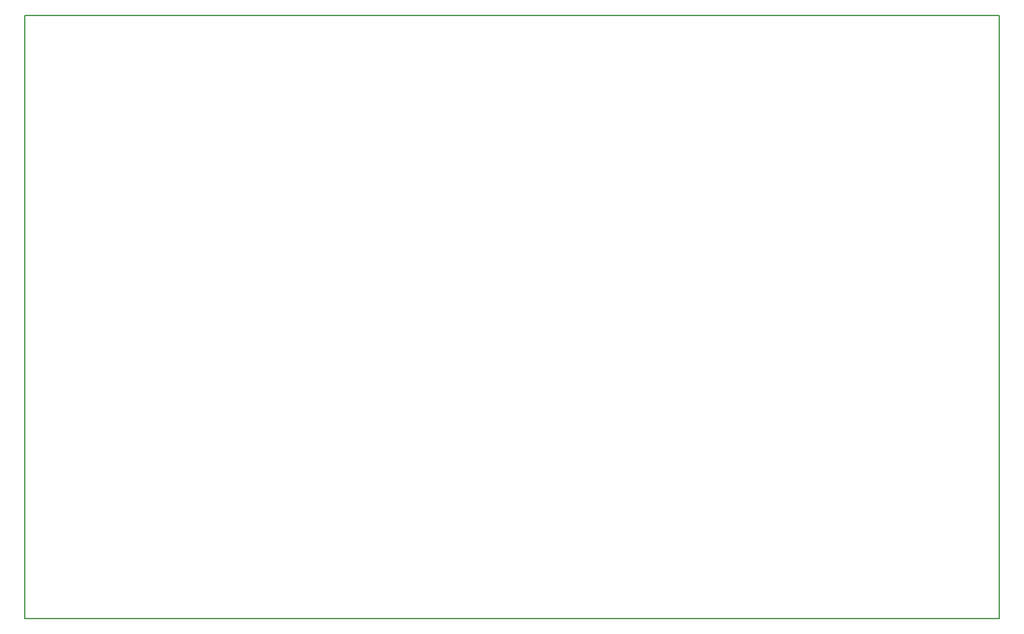
<source format=gm1>
%TF.GenerationSoftware,KiCad,Pcbnew,6.0.4-6f826c9f35~116~ubuntu20.04.1*%
%TF.CreationDate,2022-04-05T18:25:49-05:00*%
%TF.ProjectId,Electroturn,456c6563-7472-46f7-9475-726e2e6b6963,rev?*%
%TF.SameCoordinates,Original*%
%TF.FileFunction,Profile,NP*%
%FSLAX46Y46*%
G04 Gerber Fmt 4.6, Leading zero omitted, Abs format (unit mm)*
G04 Created by KiCad (PCBNEW 6.0.4-6f826c9f35~116~ubuntu20.04.1) date 2022-04-05 18:25:49*
%MOMM*%
%LPD*%
G01*
G04 APERTURE LIST*
%TA.AperFunction,Profile*%
%ADD10C,0.150000*%
%TD*%
G04 APERTURE END LIST*
D10*
X76200000Y-114300000D02*
X209550000Y-114300000D01*
X209550000Y-114300000D02*
X209550000Y-31750000D01*
X209550000Y-31750000D02*
X76200000Y-31750000D01*
X76200000Y-31750000D02*
X76200000Y-114300000D01*
M02*

</source>
